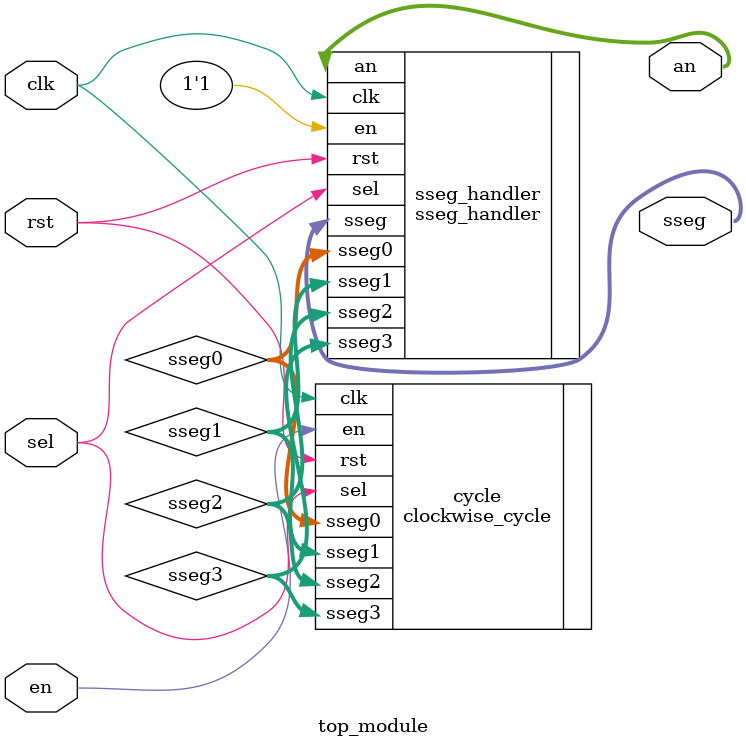
<source format=sv>
`timescale 1ns / 1ps


module top_module(
    input logic clk, rst, en, sel,
    output logic [7:0]sseg,
    output logic [7:0]an
    );
    
    logic [7:0]sseg0;
    logic [7:0]sseg1;
    logic [7:0]sseg2;
    logic [7:0]sseg3;
   
    clockwise_cycle cycle(
        .clk(clk),
        .rst(rst),
        .en(en),
        .sel(sel),
        
        .sseg0(sseg0),
        .sseg1(sseg1),
        .sseg2(sseg2),
        .sseg3(sseg3)
    );
    
    sseg_handler sseg_handler(
        .en(1'b1),
        .rst(rst),
        .clk(clk),
        .sel(sel),
        .sseg0(sseg0),
        .sseg1(sseg1),
        .sseg2(sseg2),
        .sseg3(sseg3),
        
        .an(an),
        .sseg(sseg)
    );
    
    
    
    
    
    
endmodule

</source>
